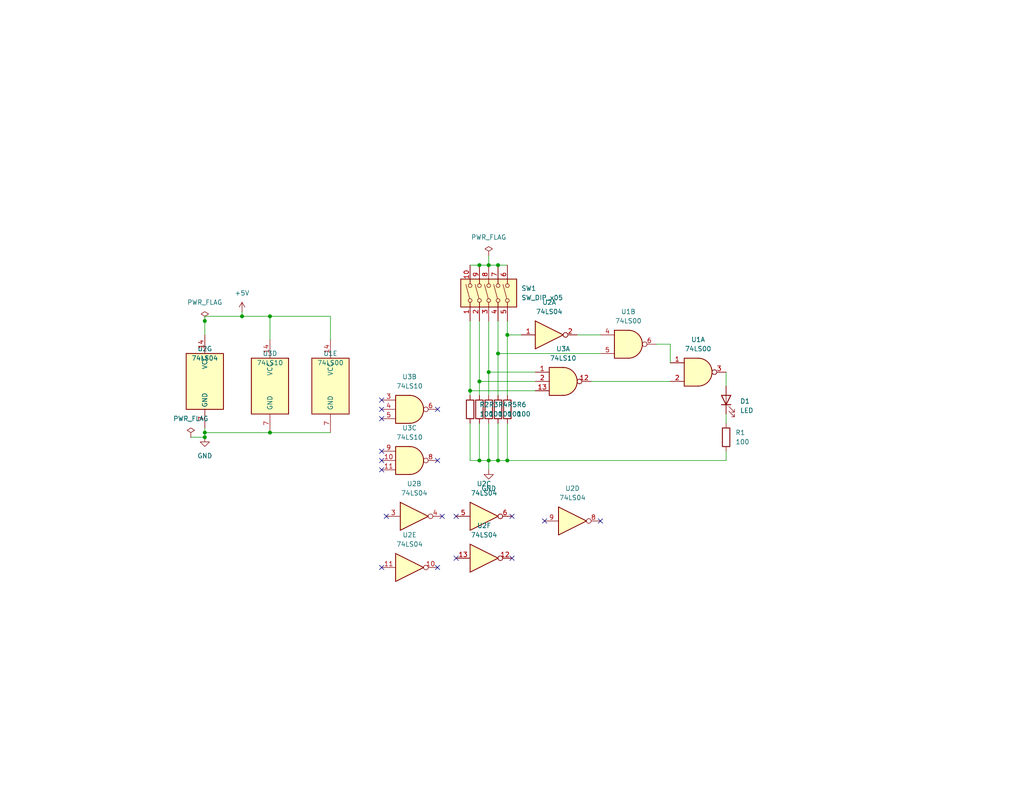
<source format=kicad_sch>
(kicad_sch (version 20250114) (generator "eeschema") (generator_version "9.0")
  (paper "USLetter")
  (title_block (title " Logic Circuit Example #1") (date "2025-06-24") (rev "1.0") (company "Chrys Sean T. Sevilla"))
  (lib_symbols
    (symbol "74xx:74LS00" (pin_names (offset 1.016))
      (property "Reference" "U" (at 0 1.27 0))
      (property "Value" "74LS00" (at 0 -1.27 0))
      (symbol "74LS00_1_1"
        (arc (start 0 3.81) (mid 3.7934 0) (end 0 -3.81) (stroke (width 0.254)) (fill (type background)))
        (polyline (pts (xy 0 3.81) (xy -3.81 3.81) (xy -3.81 -3.81) (xy 0 -3.81)) (stroke (width 0.254)) (fill (type background)))
        (pin input line (at -7.62 2.54 0) (length 3.81) (name "~") (number "1"))
        (pin input line (at -7.62 -2.54 0) (length 3.81) (name "~") (number "2"))
        (pin output inverted (at 7.62 0 180) (length 3.81) (name "~") (number "3"))
      )
      (symbol "74LS00_1_2"
        (arc (start -3.81 3.81) (mid -2.589 0) (end -3.81 -3.81) (stroke (width 0.254)))
        (polyline (pts (xy -3.81 3.81) (xy -0.635 3.81)) (stroke (width 0.254)) (fill (type background)))
        (polyline (pts (xy -3.81 -3.81) (xy -0.635 -3.81)) (stroke (width 0.254)) (fill (type background)))
        (arc (start 3.81 0) (mid 2.1855 -2.584) (end -0.6096 -3.81) (stroke (width 0.254)) (fill (type background)))
        (arc (start -0.6096 3.81) (mid 2.1928 2.5924) (end 3.81 0) (stroke (width 0.254)) (fill (type background)))
        (polyline (pts (xy -0.635 3.81) (xy -3.81 3.81) (xy -3.81 3.81) (xy -3.556 3.4036) (xy -3.0226 2.2606) (xy -2.6924 1.0414) (xy -2.6162 -0.254) (xy -2.7686 -1.4986) (xy -3.175 -2.7178) (xy -3.81 -3.81) (xy -3.81 -3.81) (xy -0.635 -3.81)) (stroke (width -25.4)) (fill (type background)))
        (pin input inverted (at -7.62 2.54 0) (length 4.318) (name "~") (number "1"))
        (pin input inverted (at -7.62 -2.54 0) (length 4.318) (name "~") (number "2"))
        (pin output line (at 7.62 0 180) (length 3.81) (name "~") (number "3"))
      )
      (symbol "74LS00_2_1"
        (arc (start 0 3.81) (mid 3.7934 0) (end 0 -3.81) (stroke (width 0.254)) (fill (type background)))
        (polyline (pts (xy 0 3.81) (xy -3.81 3.81) (xy -3.81 -3.81) (xy 0 -3.81)) (stroke (width 0.254)) (fill (type background)))
        (pin input line (at -7.62 2.54 0) (length 3.81) (name "~") (number "4"))
        (pin input line (at -7.62 -2.54 0) (length 3.81) (name "~") (number "5"))
        (pin output inverted (at 7.62 0 180) (length 3.81) (name "~") (number "6"))
      )
      (symbol "74LS00_2_2"
        (arc (start -3.81 3.81) (mid -2.589 0) (end -3.81 -3.81) (stroke (width 0.254)))
        (polyline (pts (xy -3.81 3.81) (xy -0.635 3.81)) (stroke (width 0.254)) (fill (type background)))
        (polyline (pts (xy -3.81 -3.81) (xy -0.635 -3.81)) (stroke (width 0.254)) (fill (type background)))
        (arc (start 3.81 0) (mid 2.1855 -2.584) (end -0.6096 -3.81) (stroke (width 0.254)) (fill (type background)))
        (arc (start -0.6096 3.81) (mid 2.1928 2.5924) (end 3.81 0) (stroke (width 0.254)) (fill (type background)))
        (polyline (pts (xy -0.635 3.81) (xy -3.81 3.81) (xy -3.81 3.81) (xy -3.556 3.4036) (xy -3.0226 2.2606) (xy -2.6924 1.0414) (xy -2.6162 -0.254) (xy -2.7686 -1.4986) (xy -3.175 -2.7178) (xy -3.81 -3.81) (xy -3.81 -3.81) (xy -0.635 -3.81)) (stroke (width -25.4)) (fill (type background)))
        (pin input inverted (at -7.62 2.54 0) (length 4.318) (name "~") (number "4"))
        (pin input inverted (at -7.62 -2.54 0) (length 4.318) (name "~") (number "5"))
        (pin output line (at 7.62 0 180) (length 3.81) (name "~") (number "6"))
      )
      (symbol "74LS00_3_1"
        (arc (start 0 3.81) (mid 3.7934 0) (end 0 -3.81) (stroke (width 0.254)) (fill (type background)))
        (polyline (pts (xy 0 3.81) (xy -3.81 3.81) (xy -3.81 -3.81) (xy 0 -3.81)) (stroke (width 0.254)) (fill (type background)))
        (pin input line (at -7.62 2.54 0) (length 3.81) (name "~") (number "9"))
        (pin input line (at -7.62 -2.54 0) (length 3.81) (name "~") (number "10"))
        (pin output inverted (at 7.62 0 180) (length 3.81) (name "~") (number "8"))
      )
      (symbol "74LS00_3_2"
        (arc (start -3.81 3.81) (mid -2.589 0) (end -3.81 -3.81) (stroke (width 0.254)))
        (polyline (pts (xy -3.81 3.81) (xy -0.635 3.81)) (stroke (width 0.254)) (fill (type background)))
        (polyline (pts (xy -3.81 -3.81) (xy -0.635 -3.81)) (stroke (width 0.254)) (fill (type background)))
        (arc (start 3.81 0) (mid 2.1855 -2.584) (end -0.6096 -3.81) (stroke (width 0.254)) (fill (type background)))
        (arc (start -0.6096 3.81) (mid 2.1928 2.5924) (end 3.81 0) (stroke (width 0.254)) (fill (type background)))
        (polyline (pts (xy -0.635 3.81) (xy -3.81 3.81) (xy -3.81 3.81) (xy -3.556 3.4036) (xy -3.0226 2.2606) (xy -2.6924 1.0414) (xy -2.6162 -0.254) (xy -2.7686 -1.4986) (xy -3.175 -2.7178) (xy -3.81 -3.81) (xy -3.81 -3.81) (xy -0.635 -3.81)) (stroke (width -25.4)) (fill (type background)))
        (pin input inverted (at -7.62 2.54 0) (length 4.318) (name "~") (number "9"))
        (pin input inverted (at -7.62 -2.54 0) (length 4.318) (name "~") (number "10"))
        (pin output line (at 7.62 0 180) (length 3.81) (name "~") (number "8"))
      )
      (symbol "74LS00_4_1"
        (arc (start 0 3.81) (mid 3.7934 0) (end 0 -3.81) (stroke (width 0.254)) (fill (type background)))
        (polyline (pts (xy 0 3.81) (xy -3.81 3.81) (xy -3.81 -3.81) (xy 0 -3.81)) (stroke (width 0.254)) (fill (type background)))
        (pin input line (at -7.62 2.54 0) (length 3.81) (name "~") (number "12"))
        (pin input line (at -7.62 -2.54 0) (length 3.81) (name "~") (number "13"))
        (pin output inverted (at 7.62 0 180) (length 3.81) (name "~") (number "11"))
      )
      (symbol "74LS00_4_2"
        (arc (start -3.81 3.81) (mid -2.589 0) (end -3.81 -3.81) (stroke (width 0.254)))
        (polyline (pts (xy -3.81 3.81) (xy -0.635 3.81)) (stroke (width 0.254)) (fill (type background)))
        (polyline (pts (xy -3.81 -3.81) (xy -0.635 -3.81)) (stroke (width 0.254)) (fill (type background)))
        (arc (start 3.81 0) (mid 2.1855 -2.584) (end -0.6096 -3.81) (stroke (width 0.254)) (fill (type background)))
        (arc (start -0.6096 3.81) (mid 2.1928 2.5924) (end 3.81 0) (stroke (width 0.254)) (fill (type background)))
        (polyline (pts (xy -0.635 3.81) (xy -3.81 3.81) (xy -3.81 3.81) (xy -3.556 3.4036) (xy -3.0226 2.2606) (xy -2.6924 1.0414) (xy -2.6162 -0.254) (xy -2.7686 -1.4986) (xy -3.175 -2.7178) (xy -3.81 -3.81) (xy -3.81 -3.81) (xy -0.635 -3.81)) (stroke (width -25.4)) (fill (type background)))
        (pin input inverted (at -7.62 2.54 0) (length 4.318) (name "~") (number "12"))
        (pin input inverted (at -7.62 -2.54 0) (length 4.318) (name "~") (number "13"))
        (pin output line (at 7.62 0 180) (length 3.81) (name "~") (number "11"))
      )
      (symbol "74LS00_5_0"
        (pin power_in line (at 0 12.7 270) (length 5.08) (name "VCC") (number "14"))
        (pin power_in line (at 0 -12.7 90) (length 5.08) (name "GND") (number "7"))
      )
      (symbol "74LS00_5_1"
        (rectangle (start -5.08 7.62) (end 5.08 -7.62) (stroke (width 0.254)) (fill (type background)))
      )
    )
    (symbol "74xx:74LS04"
      (property "Reference" "U" (at 0 1.27 0))
      (property "Value" "74LS04" (at 0 -1.27 0))
      (symbol "74LS04_1_0"
        (polyline (pts (xy -3.81 3.81) (xy -3.81 -3.81) (xy 3.81 0) (xy -3.81 3.81)) (stroke (width 0.254)) (fill (type background)))
        (pin input line (at -7.62 0 0) (length 3.81) (name "~") (number "1"))
        (pin output inverted (at 7.62 0 180) (length 3.81) (name "~") (number "2"))
      )
      (symbol "74LS04_2_0"
        (polyline (pts (xy -3.81 3.81) (xy -3.81 -3.81) (xy 3.81 0) (xy -3.81 3.81)) (stroke (width 0.254)) (fill (type background)))
        (pin input line (at -7.62 0 0) (length 3.81) (name "~") (number "3"))
        (pin output inverted (at 7.62 0 180) (length 3.81) (name "~") (number "4"))
      )
      (symbol "74LS04_3_0"
        (polyline (pts (xy -3.81 3.81) (xy -3.81 -3.81) (xy 3.81 0) (xy -3.81 3.81)) (stroke (width 0.254)) (fill (type background)))
        (pin input line (at -7.62 0 0) (length 3.81) (name "~") (number "5"))
        (pin output inverted (at 7.62 0 180) (length 3.81) (name "~") (number "6"))
      )
      (symbol "74LS04_4_0"
        (polyline (pts (xy -3.81 3.81) (xy -3.81 -3.81) (xy 3.81 0) (xy -3.81 3.81)) (stroke (width 0.254)) (fill (type background)))
        (pin input line (at -7.62 0 0) (length 3.81) (name "~") (number "9"))
        (pin output inverted (at 7.62 0 180) (length 3.81) (name "~") (number "8"))
      )
      (symbol "74LS04_5_0"
        (polyline (pts (xy -3.81 3.81) (xy -3.81 -3.81) (xy 3.81 0) (xy -3.81 3.81)) (stroke (width 0.254)) (fill (type background)))
        (pin input line (at -7.62 0 0) (length 3.81) (name "~") (number "11"))
        (pin output inverted (at 7.62 0 180) (length 3.81) (name "~") (number "10"))
      )
      (symbol "74LS04_6_0"
        (polyline (pts (xy -3.81 3.81) (xy -3.81 -3.81) (xy 3.81 0) (xy -3.81 3.81)) (stroke (width 0.254)) (fill (type background)))
        (pin input line (at -7.62 0 0) (length 3.81) (name "~") (number "13"))
        (pin output inverted (at 7.62 0 180) (length 3.81) (name "~") (number "12"))
      )
      (symbol "74LS04_7_0"
        (pin power_in line (at 0 12.7 270) (length 5.08) (name "VCC") (number "14"))
        (pin power_in line (at 0 -12.7 90) (length 5.08) (name "GND") (number "7"))
      )
      (symbol "74LS04_7_1"
        (rectangle (start -5.08 7.62) (end 5.08 -7.62) (stroke (width 0.254)) (fill (type background)))
      )
    )
    (symbol "74xx:74LS10" (pin_names (offset 1.016))
      (property "Reference" "U" (at 0 1.27 0))
      (property "Value" "74LS10" (at 0 -1.27 0))
      (symbol "74LS10_1_1"
        (arc (start 0 3.81) (mid 3.7934 0) (end 0 -3.81) (stroke (width 0.254)) (fill (type background)))
        (polyline (pts (xy 0 3.81) (xy -3.81 3.81) (xy -3.81 -3.81) (xy 0 -3.81)) (stroke (width 0.254)) (fill (type background)))
        (pin input line (at -7.62 2.54 0) (length 3.81) (name "~") (number "1"))
        (pin input line (at -7.62 0 0) (length 3.81) (name "~") (number "2"))
        (pin input line (at -7.62 -2.54 0) (length 3.81) (name "~") (number "13"))
        (pin output inverted (at 7.62 0 180) (length 3.81) (name "~") (number "12"))
      )
      (symbol "74LS10_1_2"
        (arc (start -3.81 3.81) (mid -2.589 0) (end -3.81 -3.81) (stroke (width 0.254)))
        (polyline (pts (xy -3.81 3.81) (xy -0.635 3.81)) (stroke (width 0.254)) (fill (type background)))
        (polyline (pts (xy -3.81 -3.81) (xy -0.635 -3.81)) (stroke (width 0.254)) (fill (type background)))
        (arc (start 3.81 0) (mid 2.1855 -2.584) (end -0.6096 -3.81) (stroke (width 0.254)) (fill (type background)))
        (arc (start -0.6096 3.81) (mid 2.1928 2.5924) (end 3.81 0) (stroke (width 0.254)) (fill (type background)))
        (polyline (pts (xy -0.635 3.81) (xy -3.81 3.81) (xy -3.81 3.81) (xy -3.556 3.4036) (xy -3.0226 2.2606) (xy -2.6924 1.0414) (xy -2.6162 -0.254) (xy -2.7686 -1.4986) (xy -3.175 -2.7178) (xy -3.81 -3.81) (xy -3.81 -3.81) (xy -0.635 -3.81)) (stroke (width -25.4)) (fill (type background)))
        (pin input inverted (at -7.62 2.54 0) (length 4.318) (name "~") (number "1"))
        (pin input inverted (at -7.62 0 0) (length 4.953) (name "~") (number "2"))
        (pin input inverted (at -7.62 -2.54 0) (length 4.318) (name "~") (number "13"))
        (pin output line (at 7.62 0 180) (length 3.81) (name "~") (number "12"))
      )
      (symbol "74LS10_2_1"
        (arc (start 0 3.81) (mid 3.7934 0) (end 0 -3.81) (stroke (width 0.254)) (fill (type background)))
        (polyline (pts (xy 0 3.81) (xy -3.81 3.81) (xy -3.81 -3.81) (xy 0 -3.81)) (stroke (width 0.254)) (fill (type background)))
        (pin input line (at -7.62 2.54 0) (length 3.81) (name "~") (number "3"))
        (pin input line (at -7.62 0 0) (length 3.81) (name "~") (number "4"))
        (pin input line (at -7.62 -2.54 0) (length 3.81) (name "~") (number "5"))
        (pin output inverted (at 7.62 0 180) (length 3.81) (name "~") (number "6"))
      )
      (symbol "74LS10_2_2"
        (arc (start -3.81 3.81) (mid -2.589 0) (end -3.81 -3.81) (stroke (width 0.254)))
        (polyline (pts (xy -3.81 3.81) (xy -0.635 3.81)) (stroke (width 0.254)) (fill (type background)))
        (polyline (pts (xy -3.81 -3.81) (xy -0.635 -3.81)) (stroke (width 0.254)) (fill (type background)))
        (arc (start 3.81 0) (mid 2.1855 -2.584) (end -0.6096 -3.81) (stroke (width 0.254)) (fill (type background)))
        (arc (start -0.6096 3.81) (mid 2.1928 2.5924) (end 3.81 0) (stroke (width 0.254)) (fill (type background)))
        (polyline (pts (xy -0.635 3.81) (xy -3.81 3.81) (xy -3.81 3.81) (xy -3.556 3.4036) (xy -3.0226 2.2606) (xy -2.6924 1.0414) (xy -2.6162 -0.254) (xy -2.7686 -1.4986) (xy -3.175 -2.7178) (xy -3.81 -3.81) (xy -3.81 -3.81) (xy -0.635 -3.81)) (stroke (width -25.4)) (fill (type background)))
        (pin input inverted (at -7.62 2.54 0) (length 4.318) (name "~") (number "3"))
        (pin input inverted (at -7.62 0 0) (length 4.953) (name "~") (number "4"))
        (pin input inverted (at -7.62 -2.54 0) (length 4.318) (name "~") (number "5"))
        (pin output line (at 7.62 0 180) (length 3.81) (name "~") (number "6"))
      )
      (symbol "74LS10_3_1"
        (arc (start 0 3.81) (mid 3.7934 0) (end 0 -3.81) (stroke (width 0.254)) (fill (type background)))
        (polyline (pts (xy 0 3.81) (xy -3.81 3.81) (xy -3.81 -3.81) (xy 0 -3.81)) (stroke (width 0.254)) (fill (type background)))
        (pin input line (at -7.62 2.54 0) (length 3.81) (name "~") (number "9"))
        (pin input line (at -7.62 0 0) (length 3.81) (name "~") (number "10"))
        (pin input line (at -7.62 -2.54 0) (length 3.81) (name "~") (number "11"))
        (pin output inverted (at 7.62 0 180) (length 3.81) (name "~") (number "8"))
      )
      (symbol "74LS10_3_2"
        (arc (start -3.81 3.81) (mid -2.589 0) (end -3.81 -3.81) (stroke (width 0.254)))
        (polyline (pts (xy -3.81 3.81) (xy -0.635 3.81)) (stroke (width 0.254)) (fill (type background)))
        (polyline (pts (xy -3.81 -3.81) (xy -0.635 -3.81)) (stroke (width 0.254)) (fill (type background)))
        (arc (start 3.81 0) (mid 2.1855 -2.584) (end -0.6096 -3.81) (stroke (width 0.254)) (fill (type background)))
        (arc (start -0.6096 3.81) (mid 2.1928 2.5924) (end 3.81 0) (stroke (width 0.254)) (fill (type background)))
        (polyline (pts (xy -0.635 3.81) (xy -3.81 3.81) (xy -3.81 3.81) (xy -3.556 3.4036) (xy -3.0226 2.2606) (xy -2.6924 1.0414) (xy -2.6162 -0.254) (xy -2.7686 -1.4986) (xy -3.175 -2.7178) (xy -3.81 -3.81) (xy -3.81 -3.81) (xy -0.635 -3.81)) (stroke (width -25.4)) (fill (type background)))
        (pin input inverted (at -7.62 2.54 0) (length 4.318) (name "~") (number "9"))
        (pin input inverted (at -7.62 0 0) (length 4.953) (name "~") (number "10"))
        (pin input inverted (at -7.62 -2.54 0) (length 4.318) (name "~") (number "11"))
        (pin output line (at 7.62 0 180) (length 3.81) (name "~") (number "8"))
      )
      (symbol "74LS10_4_0"
        (pin power_in line (at 0 12.7 270) (length 5.08) (name "VCC") (number "14"))
        (pin power_in line (at 0 -12.7 90) (length 5.08) (name "GND") (number "7"))
      )
      (symbol "74LS10_4_1"
        (rectangle (start -5.08 7.62) (end 5.08 -7.62) (stroke (width 0.254)) (fill (type background)))
      )
    )
    (symbol "Device:LED" (pin_numbers (hide yes)) (pin_names (offset 1.016) (hide yes))
      (property "Reference" "D" (at 0 2.54 0))
      (property "Value" "LED" (at 0 -2.54 0))
      (symbol "LED_0_1"
        (polyline (pts (xy -3.048 -0.762) (xy -4.572 -2.286) (xy -3.81 -2.286) (xy -4.572 -2.286) (xy -4.572 -1.524)))
        (polyline (pts (xy -1.778 -0.762) (xy -3.302 -2.286) (xy -2.54 -2.286) (xy -3.302 -2.286) (xy -3.302 -1.524)))
        (polyline (pts (xy -1.27 0) (xy 1.27 0)))
        (polyline (pts (xy -1.27 -1.27) (xy -1.27 1.27)) (stroke (width 0.254)))
        (polyline (pts (xy 1.27 -1.27) (xy 1.27 1.27) (xy -1.27 0) (xy 1.27 -1.27)) (stroke (width 0.254)))
      )
      (symbol "LED_1_1"
        (pin passive line (at -3.81 0 0) (length 2.54) (name "K") (number "1"))
        (pin passive line (at 3.81 0 180) (length 2.54) (name "A") (number "2"))
      )
    )
    (symbol "Device:R" (pin_numbers (hide yes)) (pin_names (offset 0))
      (property "Reference" "R" (at 2.032 0 90))
      (property "Value" "R" (at 0 0 90))
      (symbol "R_0_1"
        (rectangle (start -1.016 -2.54) (end 1.016 2.54) (stroke (width 0.254)))
      )
      (symbol "R_1_1"
        (pin passive line (at 0 3.81 270) (length 1.27) (name "~") (number "1"))
        (pin passive line (at 0 -3.81 90) (length 1.27) (name "~") (number "2"))
      )
    )
    (symbol "Switch:SW_DIP_x05" (pin_names (offset 0) (hide yes))
      (property "Reference" "SW" (at 0 8.89 0))
      (property "Value" "SW_DIP_x05" (at 0 -8.89 0))
      (symbol "SW_DIP_x05_0_0"
        (circle (center -2.032 5.08) (radius 0.508))
        (circle (center -2.032 2.54) (radius 0.508))
        (circle (center -2.032 0) (radius 0.508))
        (circle (center -2.032 -2.54) (radius 0.508))
        (circle (center -2.032 -5.08) (radius 0.508))
        (polyline (pts (xy -1.524 5.207) (xy 2.3622 6.2484)))
        (polyline (pts (xy -1.524 2.667) (xy 2.3622 3.7084)))
        (polyline (pts (xy -1.524 0.127) (xy 2.3622 1.1684)))
        (polyline (pts (xy -1.524 -2.3876) (xy 2.3622 -1.3462)))
        (polyline (pts (xy -1.524 -4.9276) (xy 2.3622 -3.8862)))
        (circle (center 2.032 5.08) (radius 0.508))
        (circle (center 2.032 2.54) (radius 0.508))
        (circle (center 2.032 0) (radius 0.508))
        (circle (center 2.032 -2.54) (radius 0.508))
        (circle (center 2.032 -5.08) (radius 0.508))
      )
      (symbol "SW_DIP_x05_0_1"
        (rectangle (start -3.81 7.62) (end 3.81 -7.62) (stroke (width 0.254)) (fill (type background)))
      )
      (symbol "SW_DIP_x05_1_1"
        (pin passive line (at -7.62 5.08 0) (length 5.08) (name "~") (number "1"))
        (pin passive line (at -7.62 2.54 0) (length 5.08) (name "~") (number "2"))
        (pin passive line (at -7.62 0 0) (length 5.08) (name "~") (number "3"))
        (pin passive line (at -7.62 -2.54 0) (length 5.08) (name "~") (number "4"))
        (pin passive line (at -7.62 -5.08 0) (length 5.08) (name "~") (number "5"))
        (pin passive line (at 7.62 5.08 180) (length 5.08) (name "~") (number "10"))
        (pin passive line (at 7.62 2.54 180) (length 5.08) (name "~") (number "9"))
        (pin passive line (at 7.62 0 180) (length 5.08) (name "~") (number "8"))
        (pin passive line (at 7.62 -2.54 180) (length 5.08) (name "~") (number "7"))
        (pin passive line (at 7.62 -5.08 180) (length 5.08) (name "~") (number "6"))
      )
    )
    (symbol "power:+5V" (power) (pin_numbers (hide yes)) (pin_names (offset 0) (hide yes))
      (property "Value" "+5V" (at 0 3.556 0))
      (symbol "+5V_0_1"
        (polyline (pts (xy -0.762 1.27) (xy 0 2.54)))
        (polyline (pts (xy 0 2.54) (xy 0.762 1.27)))
        (polyline (pts (xy 0 0) (xy 0 2.54)))
      )
      (symbol "+5V_1_1"
        (pin power_in line (at 0 0 90) (length 0) (name "~") (number "1"))
      )
    )
    (symbol "power:GND" (power) (pin_numbers (hide yes)) (pin_names (offset 0) (hide yes))
      (property "Value" "GND" (at 0 -3.81 0))
      (symbol "GND_0_1"
        (polyline (pts (xy 0 0) (xy 0 -1.27) (xy 1.27 -1.27) (xy 0 -2.54) (xy -1.27 -1.27) (xy 0 -1.27)))
      )
      (symbol "GND_1_1"
        (pin power_in line (at 0 0 270) (length 0) (name "~") (number "1"))
      )
    )
    (symbol "power:PWR_FLAG" (power) (pin_numbers (hide yes)) (pin_names (offset 0) (hide yes))
      (property "Value" "PWR_FLAG" (at 0 3.81 0))
      (symbol "PWR_FLAG_0_0"
        (pin power_out line (at 0 0 90) (length 0) (name "~") (number "1"))
      )
      (symbol "PWR_FLAG_0_1"
        (polyline (pts (xy 0 0) (xy 0 1.27) (xy -1.016 1.905) (xy 0 2.54) (xy 1.016 1.905) (xy 0 1.27)))
      )
    )
  )
  (junction (at 55.88 118.11))
  (junction (at 138.43 125.73))
  (junction (at 130.81 125.73))
  (junction (at 135.89 72.39))
  (junction (at 66.04 86.36))
  (junction (at 55.88 87.63))
  (junction (at 133.35 72.39))
  (junction (at 135.89 96.52))
  (junction (at 130.81 104.14))
  (junction (at 55.88 119.38))
  (junction (at 130.81 72.39))
  (junction (at 128.27 106.68))
  (junction (at 135.89 125.73))
  (junction (at 138.43 91.44))
  (junction (at 73.66 86.36))
  (junction (at 133.35 125.73))
  (junction (at 73.66 118.11))
  (junction (at 133.35 101.6))
  (no_connect (at 139.7 152.4))
  (no_connect (at 104.14 114.3))
  (no_connect (at 124.46 152.4))
  (no_connect (at 139.7 140.97))
  (no_connect (at 104.14 154.94))
  (no_connect (at 104.14 111.76))
  (no_connect (at 163.83 142.24))
  (no_connect (at 148.59 142.24))
  (no_connect (at 105.41 140.97))
  (no_connect (at 104.14 125.73))
  (no_connect (at 124.46 140.97))
  (no_connect (at 119.38 125.73))
  (no_connect (at 104.14 123.19))
  (no_connect (at 104.14 109.22))
  (no_connect (at 104.14 128.27))
  (no_connect (at 120.65 140.97))
  (no_connect (at 119.38 154.94))
  (no_connect (at 119.38 111.76))
  (wire (pts (xy 128.27 87.63) (xy 128.27 106.68)))
  (wire (pts (xy 198.12 123.19) (xy 198.12 125.73)))
  (wire (pts (xy 73.66 86.36) (xy 90.17 86.36)))
  (wire (pts (xy 135.89 96.52) (xy 135.89 107.95)))
  (wire (pts (xy 135.89 115.57) (xy 135.89 125.73)))
  (wire (pts (xy 133.35 115.57) (xy 133.35 125.73)))
  (wire (pts (xy 128.27 125.73) (xy 130.81 125.73)))
  (wire (pts (xy 66.04 86.36) (xy 73.66 86.36)))
  (wire (pts (xy 55.88 118.11) (xy 73.66 118.11)))
  (wire (pts (xy 133.35 125.73) (xy 130.81 125.73)))
  (wire (pts (xy 138.43 125.73) (xy 198.12 125.73)))
  (wire (pts (xy 130.81 87.63) (xy 130.81 104.14)))
  (wire (pts (xy 133.35 101.6) (xy 133.35 107.95)))
  (wire (pts (xy 133.35 125.73) (xy 133.35 128.27)))
  (wire (pts (xy 198.12 101.6) (xy 198.12 105.41)))
  (wire (pts (xy 198.12 113.03) (xy 198.12 115.57)))
  (wire (pts (xy 133.35 101.6) (xy 146.05 101.6)))
  (wire (pts (xy 161.29 104.14) (xy 182.88 104.14)))
  (wire (pts (xy 133.35 87.63) (xy 133.35 101.6)))
  (wire (pts (xy 135.89 96.52) (xy 163.83 96.52)))
  (wire (pts (xy 55.88 86.36) (xy 55.88 87.63)))
  (wire (pts (xy 52.07 119.38) (xy 55.88 119.38)))
  (wire (pts (xy 55.88 116.84) (xy 55.88 118.11)))
  (wire (pts (xy 135.89 72.39) (xy 138.43 72.39)))
  (wire (pts (xy 128.27 106.68) (xy 128.27 107.95)))
  (wire (pts (xy 128.27 72.39) (xy 130.81 72.39)))
  (wire (pts (xy 130.81 104.14) (xy 146.05 104.14)))
  (wire (pts (xy 55.88 86.36) (xy 66.04 86.36)))
  (wire (pts (xy 130.81 125.73) (xy 130.81 115.57)))
  (wire (pts (xy 138.43 115.57) (xy 138.43 125.73)))
  (wire (pts (xy 138.43 87.63) (xy 138.43 91.44)))
  (wire (pts (xy 133.35 72.39) (xy 135.89 72.39)))
  (wire (pts (xy 73.66 86.36) (xy 73.66 92.71)))
  (wire (pts (xy 55.88 87.63) (xy 55.88 91.44)))
  (wire (pts (xy 138.43 91.44) (xy 142.24 91.44)))
  (wire (pts (xy 179.07 93.98) (xy 182.88 93.98)))
  (wire (pts (xy 128.27 106.68) (xy 146.05 106.68)))
  (wire (pts (xy 135.89 87.63) (xy 135.89 96.52)))
  (wire (pts (xy 157.48 91.44) (xy 163.83 91.44)))
  (wire (pts (xy 66.04 85.09) (xy 66.04 86.36)))
  (wire (pts (xy 90.17 92.71) (xy 90.17 86.36)))
  (wire (pts (xy 138.43 125.73) (xy 135.89 125.73)))
  (wire (pts (xy 130.81 72.39) (xy 133.35 72.39)))
  (wire (pts (xy 135.89 125.73) (xy 133.35 125.73)))
  (wire (pts (xy 73.66 118.11) (xy 90.17 118.11)))
  (wire (pts (xy 138.43 91.44) (xy 138.43 107.95)))
  (wire (pts (xy 128.27 115.57) (xy 128.27 125.73)))
  (wire (pts (xy 130.81 104.14) (xy 130.81 107.95)))
  (wire (pts (xy 182.88 93.98) (xy 182.88 99.06)))
  (wire (pts (xy 133.35 69.85) (xy 133.35 72.39)))
  (wire (pts (xy 55.88 118.11) (xy 55.88 119.38)))
  (symbol (lib_id "74xx:74LS10") (at 73.66 105.41 0) (unit 4)
    (property "Reference" "U3" (at 73.6517 96.52 0))
    (property "Value" "74LS10" (at 73.6517 99.06 0))
    (property "Datasheet" "http://www.ti.com/lit/gpn/sn74LS10" (effects (hide yes)))
    (property "Description" "Triple 3-input NAND" (effects (hide yes)))
  )
  (symbol (lib_id "power:PWR_FLAG") (at 52.07 119.38 0) (unit 1)
    (property "Reference" "#FLG03" (effects (hide yes)))
    (property "Value" "PWR_FLAG" (at 52.07 114.3 0))
    (property "Description" "Special symbol for telling ERC where power comes from" (effects (hide yes)))
  )
  (symbol (lib_id "Device:R") (at 138.43 111.76 0) (unit 1)
    (property "Reference" "R6" (at 140.97 110.4899 0) (effects (justify left)))
    (property "Value" "100" (at 140.97 113.0299 0) (effects (justify left)))
    (property "Footprint" "Resistor_THT:R_Axial_DIN0204_L3.6mm_D1.6mm_P5.08mm_Horizontal" (effects (hide yes)))
    (property "Description" "Resistor" (effects (hide yes)))
  )
  (symbol (lib_id "Device:R") (at 130.81 111.76 0) (unit 1)
    (property "Reference" "R3" (at 133.35 110.4899 0) (effects (justify left)))
    (property "Value" "100" (at 133.35 113.0299 0) (effects (justify left)))
    (property "Footprint" "Resistor_THT:R_Axial_DIN0204_L3.6mm_D1.6mm_P5.08mm_Horizontal" (effects (hide yes)))
    (property "Description" "Resistor" (effects (hide yes)))
  )
  (symbol (lib_id "74xx:74LS10") (at 111.76 111.76 0) (unit 2)
    (property "Reference" "U3" (at 111.7517 102.87 0))
    (property "Value" "74LS10" (at 111.7517 105.41 0))
    (property "Datasheet" "http://www.ti.com/lit/gpn/sn74LS10" (effects (hide yes)))
    (property "Description" "Triple 3-input NAND" (effects (hide yes)))
  )
  (symbol (lib_id "74xx:74LS04") (at 132.08 152.4 0) (unit 6)
    (property "Reference" "U2" (at 132.08 143.51 0))
    (property "Value" "74LS04" (at 132.08 146.05 0))
    (property "Datasheet" "http://www.ti.com/lit/gpn/sn74LS04" (effects (hide yes)))
    (property "Description" "Hex Inverter" (effects (hide yes)))
  )
  (symbol (lib_id "74xx:74LS00") (at 171.45 93.98 0) (unit 2)
    (property "Reference" "U1" (at 171.4417 85.09 0))
    (property "Value" "74LS00" (at 171.4417 87.63 0))
    (property "Datasheet" "http://www.ti.com/lit/gpn/sn74ls00" (effects (hide yes)))
    (property "Description" "quad 2-input NAND gate" (effects (hide yes)))
  )
  (symbol (lib_id "Device:R") (at 133.35 111.76 0) (unit 1)
    (property "Reference" "R4" (at 135.89 110.4899 0) (effects (justify left)))
    (property "Value" "100" (at 135.89 113.0299 0) (effects (justify left)))
    (property "Footprint" "Resistor_THT:R_Axial_DIN0204_L3.6mm_D1.6mm_P5.08mm_Horizontal" (effects (hide yes)))
    (property "Description" "Resistor" (effects (hide yes)))
  )
  (symbol (lib_id "74xx:74LS04") (at 132.08 140.97 0) (unit 3)
    (property "Reference" "U2" (at 132.08 132.08 0))
    (property "Value" "74LS04" (at 132.08 134.62 0))
    (property "Datasheet" "http://www.ti.com/lit/gpn/sn74LS04" (effects (hide yes)))
    (property "Description" "Hex Inverter" (effects (hide yes)))
  )
  (symbol (lib_id "74xx:74LS04") (at 149.86 91.44 0) (unit 1)
    (property "Reference" "U2" (at 149.86 82.55 0))
    (property "Value" "74LS04" (at 149.86 85.09 0))
    (property "Datasheet" "http://www.ti.com/lit/gpn/sn74LS04" (effects (hide yes)))
    (property "Description" "Hex Inverter" (effects (hide yes)))
  )
  (symbol (lib_id "74xx:74LS00") (at 190.5 101.6 0) (unit 1)
    (property "Reference" "U1" (at 190.4917 92.71 0))
    (property "Value" "74LS00" (at 190.4917 95.25 0))
    (property "Datasheet" "http://www.ti.com/lit/gpn/sn74ls00" (effects (hide yes)))
    (property "Description" "quad 2-input NAND gate" (effects (hide yes)))
  )
  (symbol (lib_id "Device:R") (at 135.89 111.76 0) (unit 1)
    (property "Reference" "R5" (at 138.43 110.4899 0) (effects (justify left)))
    (property "Value" "100" (at 138.43 113.0299 0) (effects (justify left)))
    (property "Footprint" "Resistor_THT:R_Axial_DIN0204_L3.6mm_D1.6mm_P5.08mm_Horizontal" (effects (hide yes)))
    (property "Description" "Resistor" (effects (hide yes)))
  )
  (symbol (lib_id "74xx:74LS00") (at 90.17 105.41 0) (unit 5)
    (property "Reference" "U1" (at 90.1617 96.52 0))
    (property "Value" "74LS00" (at 90.1617 99.06 0))
    (property "Datasheet" "http://www.ti.com/lit/gpn/sn74ls00" (effects (hide yes)))
    (property "Description" "quad 2-input NAND gate" (effects (hide yes)))
  )
  (symbol (lib_id "power:PWR_FLAG") (at 133.35 69.85 0) (unit 1)
    (property "Reference" "#FLG01" (effects (hide yes)))
    (property "Value" "PWR_FLAG" (at 133.35 64.77 0))
    (property "Description" "Special symbol for telling ERC where power comes from" (effects (hide yes)))
  )
  (symbol (lib_id "74xx:74LS04") (at 156.21 142.24 0) (unit 4)
    (property "Reference" "U2" (at 156.21 133.35 0))
    (property "Value" "74LS04" (at 156.21 135.89 0))
    (property "Datasheet" "http://www.ti.com/lit/gpn/sn74LS04" (effects (hide yes)))
    (property "Description" "Hex Inverter" (effects (hide yes)))
  )
  (symbol (lib_id "74xx:74LS10") (at 111.76 125.73 0) (unit 3)
    (property "Reference" "U3" (at 111.7517 116.84 0))
    (property "Value" "74LS10" (at 111.7517 119.38 0))
    (property "Datasheet" "http://www.ti.com/lit/gpn/sn74LS10" (effects (hide yes)))
    (property "Description" "Triple 3-input NAND" (effects (hide yes)))
  )
  (symbol (lib_id "Device:R") (at 128.27 111.76 0) (unit 1)
    (property "Reference" "R2" (at 130.81 110.4899 0) (effects (justify left)))
    (property "Value" "100" (at 130.81 113.0299 0) (effects (justify left)))
    (property "Footprint" "Resistor_THT:R_Axial_DIN0204_L3.6mm_D1.6mm_P5.08mm_Horizontal" (effects (hide yes)))
    (property "Description" "Resistor" (effects (hide yes)))
  )
  (symbol (lib_id "Device:R") (at 198.12 119.38 0) (unit 1)
    (property "Reference" "R1" (at 200.66 118.1099 0) (effects (justify left)))
    (property "Value" "100" (at 200.66 120.6499 0) (effects (justify left)))
    (property "Footprint" "Resistor_THT:R_Axial_DIN0204_L3.6mm_D1.6mm_P5.08mm_Horizontal" (effects (hide yes)))
    (property "Description" "Resistor" (effects (hide yes)))
  )
  (symbol (lib_id "power:GND") (at 133.35 128.27 0) (unit 1)
    (property "Reference" "#PWR03" (effects (hide yes)))
    (property "Value" "GND" (at 133.35 133.35 0))
    (property "Description" "Power symbol creates a global label with name \"GND\" , ground" (effects (hide yes)))
  )
  (symbol (lib_id "power:GND") (at 55.88 119.38 0) (unit 1)
    (property "Reference" "#PWR01" (effects (hide yes)))
    (property "Value" "GND" (at 55.88 124.46 0))
    (property "Description" "Power symbol creates a global label with name \"GND\" , ground" (effects (hide yes)))
  )
  (symbol (lib_id "74xx:74LS04") (at 55.88 104.14 0) (unit 7)
    (property "Reference" "U2" (at 55.88 95.25 0))
    (property "Value" "74LS04" (at 55.88 97.79 0))
    (property "Datasheet" "http://www.ti.com/lit/gpn/sn74LS04" (effects (hide yes)))
    (property "Description" "Hex Inverter" (effects (hide yes)))
  )
  (symbol (lib_id "Device:LED") (at 198.12 109.22 90) (unit 1)
    (property "Reference" "D1" (at 201.93 109.5374 90) (effects (justify right)))
    (property "Value" "LED" (at 201.93 112.0774 90) (effects (justify right)))
    (property "Footprint" "LED_THT:LED_D1.8mm_W1.8mm_H2.4mm_Horizontal_O1.27mm_Z1.6mm" (effects (hide yes)))
    (property "Description" "Light emitting diode" (effects (hide yes)))
    (property "Sim.Pins" "1=K 2=A" (effects (hide yes)))
  )
  (symbol (lib_id "power:PWR_FLAG") (at 55.88 87.63 0) (unit 1)
    (property "Reference" "#FLG02" (effects (hide yes)))
    (property "Value" "PWR_FLAG" (at 55.88 82.55 0))
    (property "Description" "Special symbol for telling ERC where power comes from" (effects (hide yes)))
  )
  (symbol (lib_id "Switch:SW_DIP_x05") (at 133.35 80.01 90) (unit 1)
    (property "Reference" "SW1" (at 142.24 78.7399 90) (effects (justify right)))
    (property "Value" "SW_DIP_x05" (at 142.24 81.2799 90) (effects (justify right)))
    (property "Footprint" "Button_Switch_SMD:SW_DIP_SPSTx05_Slide_Omron_A6S-510x_W8.9mm_P2.54mm" (effects (hide yes)))
    (property "Description" "5x DIP Switch, Single Pole Single Throw (SPST) switch, small symbol" (effects (hide yes)))
  )
  (symbol (lib_id "power:+5V") (at 66.04 85.09 0) (unit 1)
    (property "Reference" "#PWR02" (effects (hide yes)))
    (property "Value" "+5V" (at 66.04 80.01 0))
    (property "Description" "Power symbol creates a global label with name \"+5V\"" (effects (hide yes)))
  )
  (symbol (lib_id "74xx:74LS10") (at 153.67 104.14 0) (unit 1)
    (property "Reference" "U3" (at 153.6617 95.25 0))
    (property "Value" "74LS10" (at 153.6617 97.79 0))
    (property "Datasheet" "http://www.ti.com/lit/gpn/sn74LS10" (effects (hide yes)))
    (property "Description" "Triple 3-input NAND" (effects (hide yes)))
  )
  (symbol (lib_id "74xx:74LS04") (at 111.76 154.94 0) (unit 5)
    (property "Reference" "U2" (at 111.76 146.05 0))
    (property "Value" "74LS04" (at 111.76 148.59 0))
    (property "Datasheet" "http://www.ti.com/lit/gpn/sn74LS04" (effects (hide yes)))
    (property "Description" "Hex Inverter" (effects (hide yes)))
  )
  (symbol (lib_id "74xx:74LS04") (at 113.03 140.97 0) (unit 2)
    (property "Reference" "U2" (at 113.03 132.08 0))
    (property "Value" "74LS04" (at 113.03 134.62 0))
    (property "Datasheet" "http://www.ti.com/lit/gpn/sn74LS04" (effects (hide yes)))
    (property "Description" "Hex Inverter" (effects (hide yes)))
  )
)
</source>
